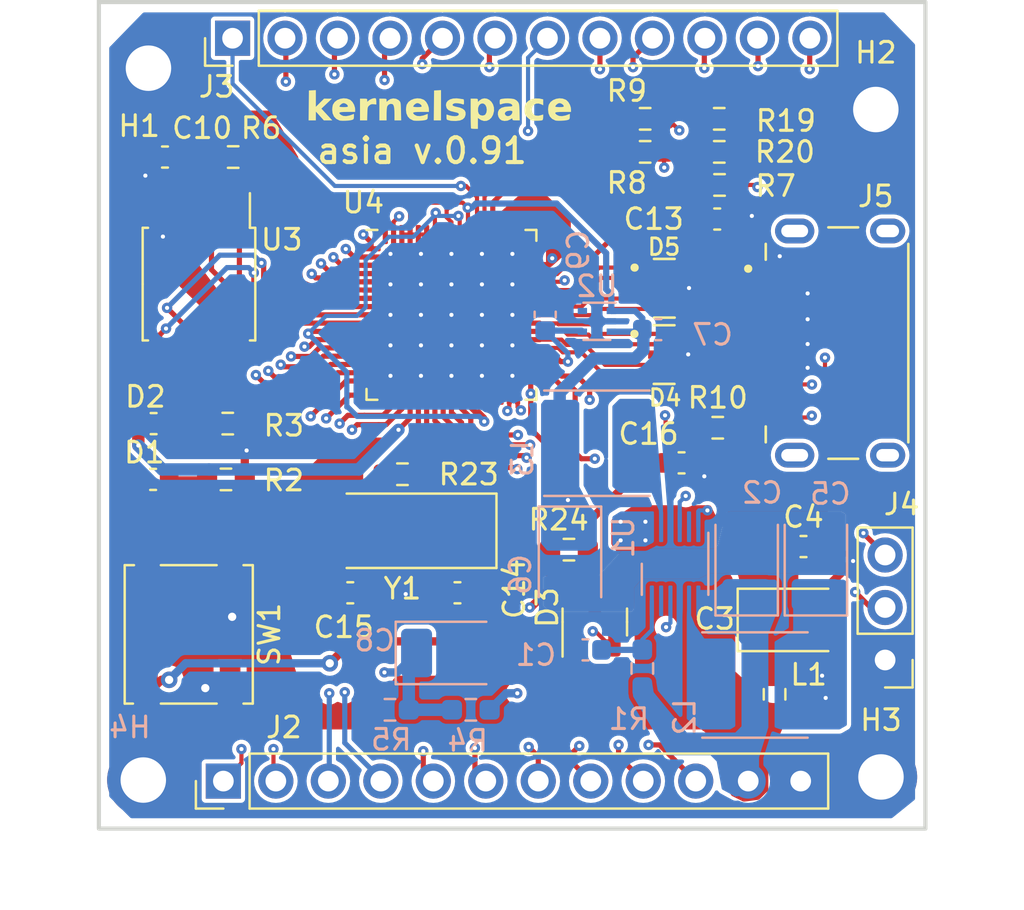
<source format=kicad_pcb>
(kicad_pcb (version 20221018) (generator pcbnew)
  (layers (0 "F.Cu" signal) (1 "In1.Cu" signal) (2 "In2.Cu" signal) (31 "B.Cu" signal) (34 "B.Paste" user) (35 "F.Paste" user) (36 "B.SilkS" user "B.Silkscreen") (37 "F.SilkS" user "F.Silkscreen") (38 "B.Mask" user) (39 "F.Mask" user) (44 "Edge.Cuts" user))
  (net 0 "")
  (net 14 "Net-(U4-XOUT)")
  (net 15 "Net-(U4-XIN)")
  (net 16 "Net-(U1-LX2)")
  (net 17 "Net-(U1-LX1)")
  (net 18 "Net-(U1-EN2)")
  (net 19 "Net-(J5-SDA)")
  (net 20 "Net-(J5-SCL)")
  (net 21 "Net-(J5-HPD)")
  (net 22 "Net-(J5-CEC)")
  (net 23 "Net-(J3-Pin_6)")
  (net 24 "Net-(J3-Pin_5)")
  (net 25 "Net-(J3-Pin_4)")
  (net 26 "Net-(J3-Pin_3)")
  (net 27 "Net-(J3-Pin_2)")
  (net 28 "Net-(J2-Pin_9)")
  (net 29 "Net-(J2-Pin_8)")
  (net 30 "Net-(J2-Pin_7)")
  (net 31 "Net-(J2-Pin_6)")
  (net 32 "Net-(J2-Pin_5)")
  (net 33 "Net-(J2-Pin_4)")
  (net 34 "Net-(J2-Pin_3)")
  (net 35 "Net-(J2-Pin_2)")
  (net 36 "Net-(J2-Pin_10)")
  (net 37 "Net-(J2-Pin_1)")
  (net 38 "Net-(D3-Pad1)")
  (net 39 "Net-(D2-K)")
  (net 40 "Net-(D1-K)")
  (net 41 "GND")
  (net 42 "/cpu/UART1_TX")
  (net 43 "/cpu/UART1_RX")
  (net 44 "/cpu/TXC_P")
  (net 45 "/cpu/TXC_N")
  (net 46 "/cpu/TX2_P")
  (net 47 "/cpu/TX2_N")
  (net 48 "/cpu/TX1_P")
  (net 49 "/cpu/TX1_N")
  (net 50 "/cpu/TX0_P")
  (net 51 "/cpu/TX0_N")
  (net 52 "/cpu/SPI_MOSI")
  (net 53 "/cpu/SPI_MISO")
  (net 54 "/cpu/SPI_CS")
  (net 55 "/cpu/SPI_CLK")
  (net 56 "/cpu/RESET")
  (net 57 "/cpu/PORT4")
  (net 58 "/cpu/PORT3")
  (net 59 "/cpu/PORT20")
  (net 60 "/cpu/PORT2")
  (net 61 "/cpu/PORT1")
  (net 62 "/cpu/PORT0")
  (net 63 "/cpu/JTAG_NRST")
  (net 64 "/cpu/HDMI_SDA")
  (net 65 "/cpu/HDMI_SCL")
  (net 66 "/cpu/HDMI_PLG")
  (net 67 "/cpu/D2-")
  (net 68 "/cpu/D2+")
  (net 69 "/cpu/D1-")
  (net 70 "/cpu/D1+")
  (net 71 "/cpu/D0-")
  (net 72 "/cpu/D0+")
  (net 73 "/cpu/CK-")
  (net 74 "/cpu/CK+")
  (net 75 "+5VP")
  (net 76 "+5V")
  (net 77 "+3V3")
  (net 78 "+2V5")
  (net 79 "+1V8")
  (net 80 "+1V1")
  (footprint "Resistor_SMD:R_0603_1608Metric_Pad0.98x0.95mm_HandSolder" (layer "F.Cu") (at 126.5 70.5)
    (fp_text reference "R6")
    (fp_text value "4K7")
  )
  (footprint "Capacitor_SMD:C_0603_1608Metric" (layer "F.Cu") (at 122.625 86.1 180)
    (fp_text reference "D1")
    (fp_text value "LED")
  )
  (footprint "Capacitor_SMD:C_0603_1608Metric" (layer "F.Cu") (at 137.3544 91.5872 180)
    (fp_text reference "C14")
    (fp_text value "20pF")
  )
  (footprint "Package_SO:SOIC-8_5.23x5.23mm_P1.27mm" (layer "F.Cu") (at 124.845 76.65 -90)
    (fp_text reference "U3")
    (fp_text value "W25Q128JVS")
  )
  (footprint "Resistor_SMD:R_0603_1608Metric_Pad0.98x0.95mm_HandSolder" (layer "F.Cu") (at 149.95 83.6)
    (fp_text reference "R10")
    (fp_text value "10K")
  )
  (footprint "Resistor_SMD:R_0603_1608Metric_Pad0.98x0.95mm_HandSolder" (layer "F.Cu") (at 146.4375 70.25 180)
    (fp_text reference "R8")
    (fp_text value "33")
  )
  (footprint "Resistor_SMD:R_0603_1608Metric_Pad0.98x0.95mm_HandSolder" (layer "F.Cu") (at 150.025 70.25 180)
    (fp_text reference "R20")
    (fp_text value "4K7")
  )
  (footprint "asia:asia-hdmi" (layer "F.Cu") (at 152.62325 79.5036 90)
    (fp_text reference "J5")
    (fp_text value "HDMI_C_1.3")
  )
  (footprint "Capacitor_SMD:C_0603_1608Metric" (layer "F.Cu") (at 148.2 85.3)
    (fp_text reference "C16")
    (fp_text value "20pF")
  )
  (footprint "Capacitor_SMD:C_0603_1608Metric" (layer "F.Cu") (at 154.1 89.35)
    (fp_text reference "C4")
    (fp_text value "100n")
  )
  (footprint "asia:logo" (layer "F.Cu") (at 136.5 68.2)
    (fp_text reference "G***" hide)
    (fp_text value "LOGO" hide)
  )
  (footprint "asia:asia-clamp" (layer "F.Cu") (at 147.36435 76.8508)
    (fp_text reference "D5")
    (fp_text value "RCLAMP0524PATCT")
  )
  (footprint "Crystal:Crystal_SMD_5032-2Pin_5.0x3.2mm_HandSoldering" (layer "F.Cu") (at 134.6919 88.5872 180)
    (fp_text reference "Y1")
    (fp_text value "12Mhz")
  )
  (footprint "Connector_PinHeader_2.54mm:PinHeader_1x12_P2.54mm_Vertical" (layer "F.Cu") (at 126.025 100.7 90)
    (fp_text reference "J2")
    (fp_text value "Conn_01x12_Pin")
  )
  (footprint "MountingHole:MountingHole_2.2mm_M2_ISO7380_Pad_TopBottom" (layer "F.Cu") (at 157.6 68.2)
    (fp_text reference "H2")
    (fp_text value "MountingHole_Pad")
  )
  (footprint "Resistor_SMD:R_0603_1608Metric_Pad0.98x0.95mm_HandSolder" (layer "F.Cu") (at 126.15 86.1)
    (fp_text reference "R2")
    (fp_text value "270")
  )
  (footprint "Resistor_SMD:R_0603_1608Metric_Pad0.98x0.95mm_HandSolder" (layer "F.Cu") (at 142.75 89.5)
    (fp_text reference "R24")
    (fp_text value "4K7")
  )
  (footprint "MountingHole:MountingHole_2.2mm_M2_ISO7380_Pad_TopBottom" (layer "F.Cu") (at 122.4 66.2)
    (fp_text reference "H1")
    (fp_text value "MountingHole_Pad")
  )
  (footprint "Capacitor_SMD:C_0603_1608Metric" (layer "F.Cu") (at 122.65 83.4 180)
    (fp_text reference "D2")
    (fp_text value "LED")
  )
  (footprint "Resistor_SMD:R_0603_1608Metric_Pad0.98x0.95mm_HandSolder" (layer "F.Cu") (at 146.4375 68.65 180)
    (fp_text reference "R9")
    (fp_text value "33")
  )
  (footprint "MountingHole:MountingHole_2.2mm_M2_ISO7380_Pad_TopBottom" (layer "F.Cu") (at 157.85 100.5)
    (fp_text reference "H3")
    (fp_text value "MountingHole_Pad")
  )
  (footprint "Resistor_SMD:R_0603_1608Metric_Pad0.98x0.95mm_HandSolder" (layer "F.Cu") (at 150.0225 68.65 180)
    (fp_text reference "R19")
    (fp_text value "4K7")
  )
  (footprint "Capacitor_SMD:C_0603_1608Metric" (layer "F.Cu") (at 149.925 73.5)
    (fp_text reference "C13")
    (fp_text value "100n")
  )
  (footprint "Resistor_SMD:R_0603_1608Metric_Pad0.98x0.95mm_HandSolder" (layer "F.Cu") (at 126.2375 83.4)
    (fp_text reference "R3")
    (fp_text value "100")
  )
  (footprint "Capacitor_SMD:C_0603_1608Metric" (layer "F.Cu") (at 123.2 70.5 180)
    (fp_text reference "C10")
    (fp_text value "100nF")
  )
  (footprint "Resistor_SMD:R_0603_1608Metric_Pad0.98x0.95mm_HandSolder" (layer "F.Cu") (at 134.6919 85.85)
    (fp_text reference "R23")
    (fp_text value "1M")
  )
  (footprint "Resistor_SMD:R_0603_1608Metric_Pad0.98x0.95mm_HandSolder" (layer "F.Cu") (at 150.0375 71.85 180)
    (fp_text reference "R7")
    (fp_text value "10K")
  )
  (footprint "Capacitor_Tantalum_SMD:CP_EIA-3528-21_Kemet-B_Pad1.50x2.35mm_HandSolder" (layer "F.Cu") (at 153.55 92.9)
    (fp_text reference "C3")
    (fp_text value "10u")
  )
  (footprint "asia:asia-clamp" (layer "F.Cu") (at 147.3557 80.0592)
    (fp_text reference "D4")
    (fp_text value "RCLAMP0524PATCT")
  )
  (footprint "Capacitor_SMD:C_0603_1608Metric" (layer "F.Cu") (at 132.1669 91.5872)
    (fp_text reference "C15")
    (fp_text value "20pF")
  )
  (footprint "Connector_PinHeader_2.54mm:PinHeader_1x03_P2.54mm_Vertical" (layer "F.Cu") (at 158.05 94.84 180)
    (fp_text reference "J4")
    (fp_text value "Conn_01x03_Pin")
  )
  (footprint "Button_Switch_SMD:SW_SPST_EVQP0" (layer "F.Cu") (at 124.35 93.6 -90)
    (fp_text reference "SW1")
    (fp_text value "SW_Push")
  )
  (footprint "Resistor_SMD:R_0603_1608Metric_Pad0.98x0.95mm_HandSolder" (layer "F.Cu") (at 152.7 96.5 90)
    (fp_text reference "L1")
    (fp_text value "100R")
  )
  (footprint "Package_TO_SOT_SMD:SOT-23" (layer "F.Cu") (at 144 93 90)
    (fp_text reference "D3")
    (fp_text value "BAT54A")
  )
  (footprint "Package_DFN_QFN:QFN-68-1EP_8x8mm_P0.4mm_EP6.4x6.4mm_ThermalVias" (layer "F.Cu") (at 137.0625 78.1375)
    (fp_text reference "U4")
    (fp_text value "nationalchip_GX6605S")
  )
  (footprint "Connector_PinHeader_2.54mm:PinHeader_1x12_P2.54mm_Vertical" (layer "F.Cu") (at 126.47 64.75 90)
    (fp_text reference "J3")
    (fp_text value "Conn_01x12_Pin")
  )
  (footprint "Capacitor_SMD:C_0603_1608Metric" (layer "B.Cu") (at 147.075 78.85)
    (fp_text reference "C7")
    (fp_text value "100n")
  )
  (footprint "Capacitor_Tantalum_SMD:CP_EIA-3528-21_Kemet-B_Pad1.50x2.35mm_HandSolder" (layer "B.Cu") (at 142.8 90.05 -90)
    (fp_text reference "C6")
    (fp_text value "10u")
  )
  (footprint "Capacitor_Tantalum_SMD:CP_EIA-3528-21_Kemet-B_Pad1.50x2.35mm_HandSolder" (layer "B.Cu") (at 151.35 90.05 90)
    (fp_text reference "C2")
    (fp_text value "10u")
  )
  (footprint "Inductor_SMD:L_Taiyo-Yuden_NR-50xx" (layer "B.Cu") (at 151.75 96.05)
    (fp_text reference "L2")
    (fp_text value "4.7u 2A")
  )
  (footprint "Inductor_SMD:L_Taiyo-Yuden_NR-50xx" (layer "B.Cu") (at 144.1 84.35 180)
    (fp_text reference "L3")
    (fp_text value "4.7u 2A")
  )
  (footprint "Resistor_SMD:R_0603_1608Metric_Pad0.98x0.95mm_HandSolder" (layer "B.Cu") (at 146.3 95.25 90)
    (fp_text reference "R1")
    (fp_text value "100K 1%")
  )
  (footprint "Package_TO_SOT_SMD:SOT-553" (layer "B.Cu") (at 144.1 78.45 180)
    (fp_text reference "U2")
    (fp_text value "TCR2EE11")
  )
  (footprint "Resistor_SMD:R_0603_1608Metric_Pad0.98x0.95mm_HandSolder" (layer "B.Cu") (at 134.0875 97.25 180)
    (fp_text reference "R5")
    (fp_text value "1K")
  )
  (footprint "Resistor_SMD:R_0603_1608Metric_Pad0.98x0.95mm_HandSolder" (layer "B.Cu") (at 138 97.25 180)
    (fp_text reference "R4")
    (fp_text value "33")
  )
  (footprint "Capacitor_Tantalum_SMD:CP_EIA-3528-21_Kemet-B_Pad1.50x2.35mm_HandSolder" (layer "B.Cu") (at 137 94.5)
    (fp_text reference "C8")
    (fp_text value "10u")
  )
  (footprint "Capacitor_SMD:C_0603_1608Metric" (layer "B.Cu") (at 141.6 78.125 90)
    (fp_text reference "C9")
    (fp_text value "100n")
  )
  (footprint "Capacitor_SMD:C_0603_1608Metric" (layer "B.Cu") (at 143.55 94.35 180)
    (fp_text reference "C1")
    (fp_text value "100n")
  )
  (footprint "ps:WDFN-12-1EP_3x3mm_P0.45mm_EP1.7x2.5mm" (layer "B.Cu") (at 147.885 90.185 -90)
    (fp_text reference "U1")
    (fp_text value "PAM2306AYPKE")
  )
  (footprint "MountingHole:MountingHole_2.2mm_M2_ISO7380_Pad_TopBottom" (layer "B.Cu") (at 122.15 100.65 180)
    (fp_text reference "H4")
    (fp_text value "MountingHole_Pad")
  )
  (footprint "Capacitor_Tantalum_SMD:CP_EIA-3528-21_Kemet-B_Pad1.50x2.35mm_HandSolder" (layer "B.Cu") (at 154.7 90.05 90)
    (fp_text reference "C5")
    (fp_text value "10u")
  )
  (gr_rect (start 120 63) (end 160 103) (stroke (width 0.2)) (fill none) (layer "Edge.Cuts"))
  (gr_text "asia v.0.91" (at 130.45 70.9) (layer "F.SilkS") (effects (font (size 1.2 1.2) (thickness 0.2) bold) (justify left bottom)))
  (segment (start 135.8625 84.3375) (end 135.8625 82.025) (width 0.25) (layer "F.Cu") (net 14))
  (segment (start 137.2919 88.5872) (end 137.2919 88.5247) (width 0.25) (layer "F.Cu") (net 14))
  (segment (start 137.2919 88.5247) (end 135.6044 86.8372) (width 0.25) (layer "F.Cu") (net 14))
  (segment (start 135.6 85.3328) (end 135.6 84.6) (width 0.25) (layer "F.Cu") (net 14))
  (segment (start 135.6 84.6) (end 135.8625 84.3375) (width 0.25) (layer "F.Cu") (net 14))
  (segment (start 138.1044 89.3997) (end 137.2919 88.5872) (width 0.25) (layer "F.Cu") (net 14))
  (segment (start 135.6044 85.3372) (end 135.6 85.3328) (width 0.25) (layer "F.Cu") (net 14))
  (segment (start 138.1294 91.5872) (end 138.1044 91.5622) (width 0.25) (layer "F.Cu") (net 14))
  (segment (start 138.1044 91.5622) (end 138.1044 89.3997) (width 0.25) (layer "F.Cu") (net 14))
  (segment (start 135.6044 86.8372) (end 135.6044 85.3372) (width 0.25) (layer "F.Cu") (net 14))
  (segment (start 134.6834 84.6666) (end 134.45 84.6666) (width 0.25) (layer "F.Cu") (net 15))
  (segment (start 134.45 84.6666) (end 133.7794 85.3372) (width 0.25) (layer "F.Cu") (net 15))
  (segment (start 131.3544 91.5497) (end 131.3544 89.3247) (width 0.25) (layer "F.Cu") (net 15))
  (segment (start 132.0919 88.3497) (end 133.7794 86.6622) (width 0.25) (layer "F.Cu") (net 15))
  (segment (start 135.4625 83.8875) (end 134.6834 84.6666) (width 0.25) (layer "F.Cu") (net 15))
  (segment (start 131.3919 91.5872) (end 131.3544 91.5497) (width 0.25) (layer "F.Cu") (net 15))
  (segment (start 133.7794 86.6622) (end 133.7794 85.3372) (width 0.25) (layer "F.Cu") (net 15))
  (segment (start 131.3544 89.3247) (end 132.0919 88.5872) (width 0.25) (layer "F.Cu") (net 15))
  (segment (start 132.0919 88.5872) (end 132.0919 88.3497) (width 0.25) (layer "F.Cu") (net 15))
  (segment (start 135.4625 82.025) (end 135.4625 83.8875) (width 0.25) (layer "F.Cu") (net 15))
  (segment (start 146.76 93.39) (end 146.76 91.98) (width 0.2) (layer "B.Cu") (net 18))
  (segment (start 146.2875 94.35) (end 146.3 94.3375) (width 0.3) (layer "B.Cu") (net 18))
  (segment (start 146.3 94.3375) (end 146.3 93.85) (width 0.2) (layer "B.Cu") (net 18))
  (segment (start 144.325 94.35) (end 146.2875 94.35) (width 0.3) (layer "B.Cu") (net 18))
  (segment (start 146.3 93.85) (end 146.76 93.39) (width 0.2) (layer "B.Cu") (net 18))
  (segment (start 155.14 81.7) (end 154.76 82.08) (width 0.2) (layer "F.Cu") (net 19))
  (segment (start 152.62325 81.9036) (end 153.9836 81.9036) (width 0.2) (layer "F.Cu") (net 19))
  (segment (start 155.14 80.21) (end 155.14 81.7) (width 0.2) (layer "F.Cu") (net 19))
  (segment (start 154.76 82.08) (end 154.16 82.08) (width 0.2) (layer "F.Cu") (net 19))
  (segment (start 154.16 82.08) (end 153.9836 81.9036) (width 0.2) (layer "F.Cu") (net 19))
  (segment (start 147.35 71) (end 147.36 71.01) (width 0.2) (layer "F.Cu") (net 19))
  (segment (start 147.35 70.25) (end 147.35 71) (width 0.2) (layer "F.Cu") (net 19))
  (via (at 147.36 71.01) (size 0.5) (drill 0.2) (layers "F.Cu" "B.Cu") (net 19))
  (via (at 155.14 80.21) (size 0.5) (drill 0.2) (layers "F.Cu" "B.Cu") (net 19))
  (segment (start 153.1336 81.51) (end 153.1272 81.5036) (width 0.2) (layer "F.Cu") (net 20))
  (segment (start 154.5036 81.5036) (end 154.51 81.51) (width 0.2) (layer "F.Cu") (net 20))
  (segment (start 147.53 68.65) (end 148.09 69.21) (width 0.2) (layer "F.Cu") (net 20))
  (segment (start 147.35 68.65) (end 147.53 68.65) (width 0.2) (layer "F.Cu") (net 20))
  (segment (start 152.62325 81.5036) (end 154.5036 81.5036) (width 0.2) (layer "F.Cu") (net 20))
  (via (at 148.09 69.21) (size 0.5) (drill 0.2) (layers "F.Cu" "B.Cu") (net 20))
  (via (at 154.51 81.51) (size 0.5) (drill 0.2) (layers "F.Cu" "B.Cu") (net 20))
  (segment (start 151.77 71.85) (end 151.87 71.95) (width 0.2) (layer "F.Cu") (net 21))
  (segment (start 150.95 71.85) (end 151.77 71.85) (width 0.2) (layer "F.Cu") (net 21))
  (segment (start 154.4164 83.1036) (end 154.5 83.02) (width 0.2) (layer "F.Cu") (net 21))
  (segment (start 152.62325 83.1036) (end 154.4164 83.1036) (width 0.2) (layer "F.Cu") (net 21))
  (via (at 151.87 71.95) (size 0.5) (drill 0.2) (layers "F.Cu" "B.Cu") (net 21))
  (via (at 154.5 83.02) (size 0.5) (drill 0.2) (layers "F.Cu" "B.Cu") (net 21))
  (segment (start 149.95 81.55) (end 149.0375 82.4625) (width 0.2) (layer "F.Cu") (net 22))
  (segment (start 150.8464 81.1036) (end 152.62325 81.1036) (width 0.2) (layer "F.Cu") (net 22))
  (segment (start 149.0375 82.4625) (end 149.0375 83.6) (width 0.2) (layer "F.Cu") (net 22))
  (segment (start 150.4 81.55) (end 149.95 81.55) (width 0.2) (layer "F.Cu") (net 22))
  (segment (start 150.8464 81.1036) (end 150.4 81.55) (width 0.2) (layer "F.Cu") (net 22))
  (segment (start 138.9 65.02) (end 139.17 64.75) (width 0.25) (layer "F.Cu") (net 23))
  (segment (start 130.1745 79.6755) (end 130.5125 79.3375) (width 0.25) (layer "F.Cu") (net 23))
  (segment (start 138.9 66.15) (end 138.9 65.02) (width 0.25) (layer "F.Cu") (net 23))
  (segment (start 130.5125 79.3375) (end 133.175 79.3375) (width 0.25) (layer "F.Cu") (net 23))
  (segment (start 129.95 79.6755) (end 130.1745 79.6755) (width 0.25) (layer "F.Cu") (net 23))
  (via (at 138.9 66.15) (size 0.5) (drill 0.2) (layers "F.Cu" "B.Cu") (net 23))
  (via (at 129.95 79.6755) (size 0.5) (drill 0.2) (layers "F.Cu" "B.Cu") (net 23))
  (segment (start 130.25 80.15) (end 130.6625 79.7375) (width 0.25) (layer "F.Cu") (net 24))
  (segment (start 135.65 66) (end 135.65 65.73) (width 0.25) (layer "F.Cu") (net 24))
  (segment (start 129.3 80.15) (end 130.25 80.15) (width 0.25) (layer "F.Cu") (net 24))
  (segment (start 135.65 65.73) (end 136.63 64.75) (width 0.25) (layer "F.Cu") (net 24))
  (segment (start 130.6625 79.7375) (end 133.175 79.7375) (width 0.25) (layer "F.Cu") (net 24))
  (via (at 129.3 80.15) (size 0.5) (drill 0.2) (layers "F.Cu" "B.Cu") (net 24))
  (via (at 135.65 66) (size 0.5) (drill 0.2) (layers "F.Cu" "B.Cu") (net 24))
  (segment (start 133.825 65.015) (end 134.09 64.75) (width 0.25) (layer "F.Cu") (net 25))
  (segment (start 130.8625 80.1375) (end 133.175 80.1375) (width 0.25) (layer "F.Cu") (net 25))
  (segment (start 133.825 66.775) (end 133.825 65.015) (width 0.25) (layer "F.Cu") (net 25))
  (segment (start 128.9 80.65) (end 130.35 80.65) (width 0.25) (layer "F.Cu") (net 25))
  (segment (start 128.8 80.55) (end 128.9 80.65) (width 0.25) (layer "F.Cu") (net 25))
  (segment (start 130.35 80.65) (end 130.8625 80.1375) (width 0.25) (layer "F.Cu") (net 25))
  (via (at 133.825 66.775) (size 0.5) (drill 0.2) (layers "F.Cu" "B.Cu") (net 25))
  (via (at 128.8 80.55) (size 0.5) (drill 0.2) (layers "F.Cu" "B.Cu") (net 25))
  (segment (start 130.6 81.15) (end 131.2125 80.5375) (width 0.25) (layer "F.Cu") (net 26))
  (segment (start 131.4 64.9) (end 131.55 64.75) (width 0.25) (layer "F.Cu") (net 26))
  (segment (start 131.4 66.5) (end 131.4 64.9) (width 0.25) (layer "F.Cu") (net 26))
  (segment (start 128.2 80.85) (end 128.5 81.15) (width 0.25) (layer "F.Cu") (net 26))
  (segment (start 128.5 81.15) (end 130.6 81.15) (width 0.25) (layer "F.Cu") (net 26))
  (segment (start 131.2125 80.5375) (end 133.175 80.5375) (width 0.25) (layer "F.Cu") (net 26))
  (via (at 128.2 80.85) (size 0.5) (drill 0.2) (layers "F.Cu" "B.Cu") (net 26))
  (via (at 131.4 66.5) (size 0.5) (drill 0.2) (layers "F.Cu" "B.Cu") (net 26))
  (segment (start 127.6 81.05) (end 128.25 81.7) (width 0.25) (layer "F.Cu") (net 27))
  (segment (start 129.05 66.85) (end 129.05 64.79) (width 0.25) (layer "F.Cu") (net 27))
  (segment (start 131.5625 80.9375) (end 133.175 80.9375) (width 0.25) (layer "F.Cu") (net 27))
  (segment (start 129.05 64.79) (end 129.01 64.75) (width 0.25) (layer "F.Cu") (net 27))
  (segment (start 130.8 81.7) (end 131.5625 80.9375) (width 0.25) (layer "F.Cu") (net 27))
  (segment (start 128.25 81.7) (end 130.8 81.7) (width 0.25) (layer "F.Cu") (net 27))
  (via (at 127.6 81.05) (size 0.5) (drill 0.2) (layers "F.Cu" "B.Cu") (net 27))
  (via (at 129.05 66.85) (size 0.5) (drill 0.2) (layers "F.Cu" "B.Cu") (net 27))
  (segment (start 136.65 84.3) (end 137.85 85.5) (width 0.25) (layer "F.Cu") (net 28))
  (segment (start 137.875 85.525) (end 140.175 85.525) (width 0.25) (layer "F.Cu") (net 28))
  (segment (start 140.175 85.525) (end 140.25 85.6) (width 0.25) (layer "F.Cu") (net 28))
  (segment (start 136.65 83.65) (end 136.65 84.3) (width 0.25) (layer "F.Cu") (net 28))
  (segment (start 145.15 98.95) (end 145.15 99.505) (width 0.25) (layer "F.Cu") (net 28))
  (segment (start 136.2625 83.2625) (end 136.65 83.65) (width 0.25) (layer "F.Cu") (net 28))
  (segment (start 137.85 85.5) (end 137.875 85.525) (width 0.25) (layer "F.Cu") (net 28))
  (segment (start 145.15 99.505) (end 146.345 100.7) (width 0.25) (layer "F.Cu") (net 28))
  (segment (start 136.2625 82.025) (end 136.2625 83.2625) (width 0.25) (layer "F.Cu") (net 28))
  (via (at 140.25 85.6) (size 0.5) (drill 0.2) (layers "F.Cu" "B.Cu") (net 28))
  (via (at 145.15 98.95) (size 0.5) (drill 0.2) (layers "F.Cu" "B.Cu") (net 28))
  (segment (start 134.6625 82.025) (end 134.6625 82.6875) (width 0.25) (layer "F.Cu") (net 29))
  (segment (start 143.25 99) (end 142.95 99.3) (width 0.25) (layer "F.Cu") (net 29))
  (segment (start 142.95 99.845) (end 143.805 100.7) (width 0.25) (layer "F.Cu") (net 29))
  (segment (start 142.95 99.3) (end 142.95 99.845) (width 0.25) (layer "F.Cu") (net 29))
  (segment (start 133.9 83.45) (end 133.55 83.45) (width 0.25) (layer "F.Cu") (net 29))
  (segment (start 134.6625 82.6875) (end 133.9 83.45) (width 0.25) (layer "F.Cu") (net 29))
  (segment (start 133.55 83.45) (end 132.5 83.45) (width 0.25) (layer "F.Cu") (net 29))
  (segment (start 132.5 83.45) (end 132.25 83.7) (width 0.25) (layer "F.Cu") (net 29))
  (via (at 143.25 99) (size 0.5) (drill 0.2) (layers "F.Cu" "B.Cu") (net 29))
  (via (at 132.25 83.7) (size 0.5) (drill 0.2) (layers "F.Cu" "B.Cu") (net 29))
  (segment (start 132.05 83) (end 131.65 83.4) (width 0.25) (layer "F.Cu") (net 30))
  (segment (start 141.265 99.515) (end 141.265 100.7) (width 0.25) (layer "F.Cu") (net 30))
  (segment (start 134.2625 82.025) (end 134.2625 82.494086) (width 0.25) (layer "F.Cu") (net 30))
  (segment (start 132.85 83) (end 132.05 83) (width 0.25) (layer "F.Cu") (net 30))
  (segment (start 134.2625 82.494086) (end 133.756586 83) (width 0.25) (layer "F.Cu") (net 30))
  (segment (start 140.8 99.05) (end 141.265 99.515) (width 0.25) (layer "F.Cu") (net 30))
  (segment (start 133.756586 83) (end 132.85 83) (width 0.25) (layer "F.Cu") (net 30))
  (via (at 140.8 99.05) (size 0.5) (drill 0.2) (layers "F.Cu" "B.Cu") (net 30))
  (via (at 131.65 83.4) (size 0.5) (drill 0.2) (layers "F.Cu" "B.Cu") (net 30))
  (segment (start 138.2 99.1) (end 138.2 100.175) (width 0.25) (layer "F.Cu") (net 31))
  (segment (start 132.125 82.025) (end 131 83.15) (width 0.25) (layer "F.Cu") (net 31))
  (segment (start 138.2 100.175) (end 138.725 100.7) (width 0.25) (layer "F.Cu") (net 31))
  (segment (start 133.8625 82.025) (end 132.125 82.025) (width 0.25) (layer "F.Cu") (net 31))
  (via (at 138.2 99.1) (size 0.5) (drill 0.2) (layers "F.Cu" "B.Cu") (net 31))
  (via (at 131 83.15) (size 0.5) (drill 0.2) (layers "F.Cu" "B.Cu") (net 31))
  (segment (start 135.7 100.57) (end 135.73 100.6) (width 0.25) (layer "F.Cu") (net 32))
  (segment (start 133.175 81.3375) (end 131.9625 81.3375) (width 0.25) (layer "F.Cu") (net 32))
  (segment (start 131.9625 81.3375) (end 130.25 83.05) (width 0.25) (layer "F.Cu") (net 32))
  (segment (start 135.7 99.25) (end 135.7 100.57) (width 0.25) (layer "F.Cu") (net 32))
  (via (at 130.25 83.05) (size 0.5) (drill 0.2) (layers "F.Cu" "B.Cu") (net 32))
  (via (at 135.7 99.25) (size 0.5) (drill 0.2) (layers "F.Cu" "B.Cu") (net 32))
  (segment (start 142.85 81.6) (end 143.05 81.8) (width 0.25) (layer "F.Cu") (net 33))
  (segment (start 142.405026 81.6) (end 142.85 81.6) (width 0.25) (layer "F.Cu") (net 33))
  (segment (start 140.95 80.9375) (end 141.742526 80.9375) (width 0.25) (layer "F.Cu") (net 33))
  (segment (start 143.35 85.1) (end 144 85.1) (width 0.25) (layer "F.Cu") (net 33))
  (segment (start 142.95 83.3) (end 142.95 84.7) (width 0.25) (layer "F.Cu") (net 33))
  (segment (start 143.05 81.8) (end 143.05 83.2) (width 0.25) (layer "F.Cu") (net 33))
  (segment (start 141.742526 80.9375) (end 142.405026 81.6) (width 0.25) (layer "F.Cu") (net 33))
  (segment (start 143.05 83.2) (end 142.95 83.3) (width 0.25) (layer "F.Cu") (net 33))
  (segment (start 142.95 84.7) (end 143.35 85.1) (width 0.25) (layer "F.Cu") (net 33))
  (via (at 144 85.1) (size 0.5) (drill 0.2) (layers "F.Cu" "B.Cu") (net 33))
  (via (at 131.9 96.4) (size 0.5) (drill 0.2) (layers "F.Cu" "B.Cu") (net 33))
  (segment (start 131.9 98.85) (end 133.645 100.595) (width 0.25) (layer "B.Cu") (net 33))
  (segment (start 133.645 100.595) (end 133.645 100.7) (width 0.25) (layer "B.Cu") (net 33))
  (segment (start 131.9 96.4) (end 131.9 98.85) (width 0.25) (layer "B.Cu") (net 33))
  (segment (start 142.4 81.1) (end 143.15 81.1) (width 0.25) (layer "F.Cu") (net 34))
  (segment (start 141.8375 80.5375) (end 142.4 81.1) (width 0.25) (layer "F.Cu") (net 34))
  (segment (start 143.7 81.65) (end 143.75 81.7) (width 0.25) (layer "F.Cu") (net 34))
  (segment (start 143.15 81.1) (end 143.7 81.65) (width 0.25) (layer "F.Cu") (net 34))
  (segment (start 143.75 81.7) (end 143.75 82.25) (width 0.25) (layer "F.Cu") (net 34))
  (segment (start 140.95 80.5375) (end 141.8375 80.5375) (width 0.25) (layer "F.Cu") (net 34))
  (via (at 143.75 82.25) (size 0.5) (drill 0.2) (layers "F.Cu" "B.Cu") (net 34))
  (via (at 131.15 96.45) (size 0.5) (drill 0.2) (layers "F.Cu" "B.Cu") (net 34))
  (segment (start 131.15 96.45) (end 131.15 100.655) (width 0.25) (layer "B.Cu") (net 34))
  (segment (start 131.15 100.655) (end 131.105 100.7) (width 0.25) (layer "B.Cu") (net 34))
  (segment (start 139.8625 82.6975) (end 139.77 82.79) (width 0.2) (layer "F.Cu") (net 35))
  (segment (start 128.45 99.1495) (end 128.45 100.585) (width 0.2) (layer "F.Cu") (net 35))
  (segment (start 128.45 100.585) (end 128.565 100.7) (width 0.2) (layer "F.Cu") (net 35))
  (segment (start 139.8625 82.025) (end 139.8625 82.6975) (width 0.2) (layer "F.Cu") (net 35))
  (via (at 128.45 99.1495) (size 0.5) (drill 0.2) (layers "F.Cu" "B.Cu") (net 35))
  (via (at 139.77 82.79) (size 0.5) (drill 0.2) (layers "F.Cu" "B.Cu") (net 35))
  (segment (start 140.6 84.95) (end 140.7 85.05) (width 0.25) (layer "F.Cu") (net 36))
  (segment (start 136.6625 82.025) (end 136.6625 83.0625) (width 0.25) (layer "F.Cu") (net 36))
  (segment (start 137.1 84) (end 138.05 84.95) (width 0.25) (layer "F.Cu") (net 36))
  (segment (start 147.135 98.95) (end 148.885 100.7) (width 0.25) (layer "F.Cu") (net 36))
  (segment (start 137.1 83.5) (end 137.1 84) (width 0.25) (layer "F.Cu") (net 36))
  (segment (start 138.05 84.95) (end 140.6 84.95) (width 0.25) (layer "F.Cu") (net 36))
  (segment (start 136.6625 83.0625) (end 137.1 83.5) (width 0.25) (layer "F.Cu") (net 36))
  (segment (start 146.6 98.95) (end 147.135 98.95) (width 0.25) (layer "F.Cu") (net 36))
  (via (at 146.6 98.95) (size 0.5) (drill 0.2) (layers "F.Cu" "B.Cu") (net 36))
  (via (at 140.7 85.05) (size 0.5) (drill 0.2) (layers "F.Cu" "B.Cu") (net 36))
  (segment (start 126.9 99.1495) (end 126.9 99.825) (width 0.2) (layer "F.Cu") (net 37))
  (segment (start 126.9 99.825) (end 126.025 100.7) (width 0.2) (layer "F.Cu") (net 37))
  (segment (start 140.2625 82.597) (end 140.4255 82.76) (width 0.2) (layer "F.Cu") (net 37))
  (segment (start 140.2625 82.025) (end 140.2625 82.597) (width 0.2) (layer "F.Cu") (net 37))
  (via (at 140.4255 82.76) (size 0.5) (drill 0.2) (layers "F.Cu" "B.Cu") (net 37))
  (via (at 126.9 99.1495) (size 0.5) (drill 0.2) (layers "F.Cu" "B.Cu") (net 37))
  (segment (start 132.237 93.9375) (end 131.1745 95) (width 0.4) (layer "F.Cu") (net 38))
  (segment (start 140.3125 93.9375) (end 132.237 93.9375) (width 0.4) (layer "F.Cu") (net 38))
  (segment (start 122.35 90.72) (end 122.35 96.48) (width 0.4) (layer "F.Cu") (net 38))
  (segment (start 122.35 96.48) (end 122.35 97.35) (width 0.4) (layer "F.Cu") (net 38))
  (segment (start 123.03 95.8) (end 122.35 96.48) (width 0.4) (layer "F.Cu") (net 38))
  (segment (start 140.3125 93.9375) (end 143.05 93.9375) (width 0.4) (layer "F.Cu") (net 38))
  (segment (start 123.4 95.8) (end 123.03 95.8) (width 0.4) (layer "F.Cu") (net 38))
  (via (at 131.1745 95) (size 0.8) (drill 0.4) (layers "F.Cu" "B.Cu") (net 38))
  (via (at 123.4 95.8) (size 0.8) (drill 0.4) (layers "F.Cu" "B.Cu") (net 38))
  (segment (start 131.1745 95) (end 124.2 95) (width 0.4) (layer "B.Cu") (net 38))
  (segment (start 124.2 95) (end 123.4 95.8) (width 0.4) (layer "B.Cu") (net 38))
  (segment (start 123.425 83.4) (end 125.325 83.4) (width 0.3) (layer "F.Cu") (net 39))
  (segment (start 123.4 86.1) (end 125.2375 86.1) (width 0.3) (layer "F.Cu") (net 40))
  (segment (start 152.62325 75.9036) (end 152.62325 75.62675) (width 0.2) (layer "F.Cu") (net 41))
  (segment (start 127.0625 84.7875) (end 127.15 84.7) (width 0.4) (layer "F.Cu") (net 41))
  (segment (start 148.5108 80.0592) (end 148.52 80.05) (width 0.2) (layer "F.Cu") (net 41))
  (segment (start 122.94 74.19) (end 123.1 74.35) (width 0.25) (layer "F.Cu") (net 41))
  (segment (start 125.43 96.48) (end 125.15 96.2) (width 0.25) (layer "F.Cu") (net 41))
  (segment (start 155.175 91.375) (end 155.175 92.9) (width 0.4) (layer "F.Cu") (net 41))
  (segment (start 154.2964 80.7036) (end 154.3 80.7) (width 0.2) (layer "F.Cu") (net 41))
  (segment (start 151.45 73.5) (end 151.6 73.35) (width 0.25) (layer "F.Cu") (net 41))
  (segment (start 147.36435 76.8508) (end 148.5492 76.8508) (width 0.2) (layer "F.Cu") (net 41))
  (segment (start 134.9128 91.5872) (end 134.85 91.65) (width 0.25) (layer "F.Cu") (net 41))
  (segment (start 122.94 73.05) (end 122.94 74.19) (width 0.25) (layer "F.Cu") (net 41))
  (segment (start 122.425 71.225) (end 122.25 71.4) (width 0.25) (layer "F.Cu") (net 41))
  (segment (start 126.35 90.72) (end 126.35 92.65) (width 0.25) (layer "F.Cu") (net 41))
  (segment (start 126.35 92.65) (end 126.45 92.75) (width 0.25) (layer "F.Cu") (net 41))
  (segment (start 152.62325 75.62675) (end 152.95 75.3) (width 0.2) (layer "F.Cu") (net 41))
  (segment (start 126.35 96.48) (end 125.43 96.48) (width 0.25) (layer "F.Cu") (net 41))
  (segment (start 127.0625 86.1) (end 127.0625 84.7875) (width 0.4) (layer "F.Cu") (net 41))
  (segment (start 122.425 70.5) (end 122.425 71.225) (width 0.25) (layer "F.Cu") (net 41))
  (segment (start 154.2536 78.3036) (end 154.3 78.35) (width 0.2) (layer "F.Cu") (net 41))
  (segment (start 152.62325 79.5036) (end 154.2536 79.5036) (width 0.2) (layer "F.Cu") (net 41))
  (segment (start 134.85 91.65) (end 133.0047 91.65) (width 0.25) (layer "F.Cu") (net 41))
  (segment (start 148.5492 76.8508) (end 148.56 76.84) (width 0.2) (layer "F.Cu") (net 41))
  (segment (start 152.62325 80.7036) (end 154.2964 80.7036) (width 0.2) (layer "F.Cu") (net 41))
  (segment (start 136.5794 91.5872) (end 134.9128 91.5872) (width 0.25) (layer "F.Cu") (net 41))
  (segment (start 155.8 89.35) (end 156.5 90.05) (width 0.2) (layer "F.Cu") (net 41))
  (segment (start 147.3557 80.0592) (end 148.5108 80.0592) (width 0.2) (layer "F.Cu") (net 41))
  (segment (start 133.0047 91.65) (end 132.9419 91.5872) (width 0.25) (layer "F.Cu") (net 41))
  (segment (start 154.2964 77.1036) (end 154.3 77.1) (width 0.2) (layer "F.Cu") (net 41))
  (segment (start 152.62325 77.1036) (end 154.2964 77.1036) (width 0.2) (layer "F.Cu") (net 41))
  (segment (start 150.7 73.5) (end 151.45 73.5) (width 0.25) (layer "F.Cu") (net 41))
  (segment (start 127.15 83.4) (end 127.15 84.7) (width 0.4) (layer "F.Cu") (net 41))
  (segment (start 154.2536 79.5036) (end 154.3 79.55) (width 0.2) (layer "F.Cu") (net 41))
  (segment (start 156.5 90.05) (end 155.175 91.375) (width 0.4) (layer "F.Cu") (net 41))
  (segment (start 154.875 89.35) (end 155.8 89.35) (width 0.2) (layer "F.Cu") (net 41))
  (segment (start 148.975 85.3) (end 148.975 85.625) (width 0.2) (layer "F.Cu") (net 41))
  (segment (start 148.975 85.625) (end 149.3 85.95) (width 0.2) (layer "F.Cu") (net 41))
  (segment (start 152.62325 78.3036) (end 154.2536 78.3036) (width 0.2) (layer "F.Cu") (net 41))
  (via (at 154.3 80.7) (size 0.5) (drill 0.2) (layers "F.Cu" "B.Cu") (net 41))
  (via (at 152.95 75.3) (size 0.5) (drill 0.2) (layers "F.Cu" "B.Cu") (net 41))
  (via (at 151.6 73.35) (size 0.5) (drill 0.2) (layers "F.Cu" "B.Cu") (net 41))
  (via (at 123.1 74.35) (size 0.5) (drill 0.2) (layers "F.Cu" "B.Cu") (net 41))
  (via (at 126.45 92.75) (size 0.8) (drill 0.4) (layers "F.Cu" "B.Cu") (net 41))
  (via (at 125.15 96.2) (size 0.8) (drill 0.4) (layers "F.Cu" "B.Cu") (net 41))
  (via (at 148.56 76.84) (size 0.5) (drill 0.2) (layers "F.Cu" "B.Cu") (net 41))
  (via (at 149.3 85.95) (size 0.5) (drill 0.2) (layers "F.Cu" "B.Cu") (net 41))
  (via (at 154.3 78.35) (size 0.5) (drill 0.2) (layers "F.Cu" "B.Cu") (net 41))
  (via (at 154.3 79.55) (size 0.5) (drill 0.2) (layers "F.Cu" "B.Cu") (net 41))
  (via (at 134.85 91.65) (size 0.5) (drill 0.2) (layers "F.Cu" "B.Cu") (net 41))
  (via (at 122.25 71.4) (size 0.5) (drill 0.2) (layers "F.Cu" "B.Cu") (net 41))
  (via (at 154.3 77.1) (size 0.5) (drill 0.2) (layers "F.Cu" "B.Cu") (net 41))
  (via (at 148.52 80.05) (size 0.5) (drill 0.2) (layers "F.Cu" "B.Cu") (net 41))
  (via (at 127.15 84.7) (size 0.5) (drill 0.2) (layers "F.Cu" "B.Cu") (net 41))
  (via (at 156.5 90.05) (size 0.5) (drill 0.2) (layers "F.Cu" "B.Cu") (net 41))
  (segment (start 157.35 92.3) (end 158.05 92.3) (width 0.25) (layer "F.Cu") (net 42))
  (segment (start 140.87 84.4245) (end 138.329526 84.4245) (width 0.25) (layer "F.Cu") (net 42))
  (segment (start 137.55 83.644974) (end 137.55 83.35) (width 0.25) (layer "F.Cu") (net 42))
  (segment (start 137.55 83.35) (end 137.0625 82.8625) (width 0.25) (layer "F.Cu") (net 42))
  (segment (start 137.0625 82.8625) (end 137.0625 82.025) (width 0.25) (layer "F.Cu") (net 42))
  (segment (start 138.329526 84.4245) (end 137.55 83.644974) (width 0.25) (layer "F.Cu") (net 42))
  (segment (start 156.6 91.55) (end 157.35 92.3) (width 0.25) (layer "F.Cu") (net 42))
  (via (at 140.87 84.4245) (size 0.5) (drill 0.2) (layers "F.Cu" "B.Cu") (net 42))
  (via (at 156.6 91.55) (size 0.5) (drill 0.2) (layers "F.Cu" "B.Cu") (net 42))
  (segment (start 157 88.7) (end 157 88.71) (width 0.25) (layer "F.Cu") (net 43))
  (segment (start 157 88.71) (end 158.05 89.76) (width 0.25) (layer "F.Cu") (net 43))
  (segment (start 140.28 83.95) (end 138.5 83.95) (width 0.25) (layer "F.Cu") (net 43))
  (segment (start 137.97344 83.12344) (end 137.97344 83.1) (width 0.25) (layer "F.Cu") (net 43))
  (segment (start 137.4625 82.58906) (end 137.4625 82.025) (width 0.25) (layer "F.Cu") (net 43))
  (segment (start 138 83.15) (end 137.97344 83.12344) (width 0.25) (layer "F.Cu") (net 43))
  (segment (start 137.97344 83.1) (end 137.4625 82.58906) (width 0.25) (layer "F.Cu") (net 43))
  (segment (start 138.5 83.95) (end 138 83.45) (width 0.25) (layer "F.Cu") (net 43))
  (segment (start 138 83.45) (end 138 83.15) (width 0.25) (layer "F.Cu") (net 43))
  (via (at 157 88.7) (size 0.5) (drill 0.2) (layers "F.Cu" "B.Cu") (net 43))
  (via (at 140.28 83.95) (size 0.5) (drill 0.2) (layers "F.Cu" "B.Cu") (net 43))
  (segment (start 144.4992 80.5592) (end 143.5328 79.5928) (width 0.2) (layer "F.Cu") (net 44))
  (segment (start 142.3875 79.3375) (end 140.95 79.3375) (width 0.2) (layer "F.Cu") (net 44))
  (segment (start 146.9182 80.5592) (end 144.4992 80.5592) (width 0.2) (layer "F.Cu") (net 44))
  (segment (start 143.5328 79.5928) (end 142.6428 79.5928) (width 0.2) (layer "F.Cu") (net 44))
  (segment (start 142.6428 79.5928) (end 142.3875 79.3375) (width 0.2) (layer "F.Cu") (net 44))
  (segment (start 140.95 79.7375) (end 142.2375 79.7375) (width 0.2) (layer "F.Cu") (net 45))
  (segment (start 144.4592 81.0592) (end 146.9182 81.0592) (width 0.2) (layer "F.Cu") (net 45))
  (segment (start 142.45 79.95) (end 143.35 79.95) (width 0.2) (layer "F.Cu") (net 45))
  (segment (start 142.2375 79.7375) (end 142.45 79.95) (width 0.2) (layer "F.Cu") (net 45))
  (segment (start 143.35 79.95) (end 144.4592 81.0592) (width 0.2) (layer "F.Cu") (net 45))
  (segment (start 143.4712 76.5928) (end 143.2072 76.5928) (width 0.2) (layer "F.Cu") (net 46))
  (segment (start 146.92685 75.8508) (end 144.2132 75.8508) (width 0.2) (layer "F.Cu") (net 46))
  (segment (start 144.2132 75.8508) (end 143.4712 76.5928) (width 0.2) (layer "F.Cu") (net 46))
  (segment (start 142.8625 76.9375) (end 140.95 76.9375) (width 0.2) (layer "F.Cu") (net 46))
  (segment (start 143.2072 76.5928) (end 142.8625 76.9375) (width 0.2) (layer "F.Cu") (net 46))
  (segment (start 144.278886 76.3508) (end 143.536886 77.0928) (width 0.2) (layer "F.Cu") (net 47))
  (segment (start 143.3572 77.0928) (end 143.1125 77.3375) (width 0.2) (layer "F.Cu") (net 47))
  (segment (start 143.536886 77.0928) (end 143.3572 77.0928) (width 0.2) (layer "F.Cu") (net 47))
  (segment (start 143.1125 77.3375) (end 140.95 77.3375) (width 0.2) (layer "F.Cu") (net 47))
  (segment (start 146.92685 76.3508) (end 144.278886 76.3508) (width 0.2) (layer "F.Cu") (net 47))
  (segment (start 143.3625 77.7375) (end 140.95 77.7375) (width 0.2) (layer "F.Cu") (net 48))
  (segment (start 146.92685 77.3508) (end 143.7492 77.3508) (width 0.2) (layer "F.Cu") (net 48))
  (segment (start 143.7492 77.3508) (end 143.3625 77.7375) (width 0.2) (layer "F.Cu") (net 48))
  (segment (start 140.9625 78.15) (end 140.95 78.1375) (width 0.2) (layer "F.Cu") (net 49))
  (segment (start 146.92685 77.8508) (end 144.201286 77.8508) (width 0.2) (layer "F.Cu") (net 49))
  (segment (start 143.902086 78.15) (end 140.9625 78.15) (width 0.2) (layer "F.Cu") (net 49))
  (segment (start 144.201286 77.8508) (end 143.902086 78.15) (width 0.2) (layer "F.Cu") (net 49))
  (segment (start 140.9625 78.55) (end 140.95 78.5375) (width 0.2) (layer "F.Cu") (net 50))
  (segment (start 144.2946 79.0592) (end 146.9182 79.0592) (width 0.2) (layer "F.Cu") (net 50))
  (segment (start 142.2 78.55) (end 140.9625 78.55) (width 0.2) (layer "F.Cu") (net 50))
  (segment (start 143.8282 78.5928) (end 142.2428 78.5928) (width 0.2) (layer "F.Cu") (net 50))
  (segment (start 143.8282 78.5928) (end 144.2946 79.0592) (width 0.2) (layer "F.Cu") (net 50))
  (segment (start 142.2428 78.5928) (end 142.2 78.55) (width 0.2) (layer "F.Cu") (net 50))
  (segment (start 144.1596 79.5592) (end 146.9182 79.5592) (width 0.2) (layer "F.Cu") (net 51))
  (segment (start 140.95 78.9375) (end 142.5375 78.9375) (width 0.2) (layer "F.Cu") (net 51))
  (segment (start 143.6932 79.0928) (end 144.1596 79.5592) (width 0.2) (layer "F.Cu") (net 51))
  (segment (start 142.6928 79.0928) (end 143.6932 79.0928) (width 0.2) (layer "F.Cu") (net 51))
  (segment (start 142.5375 78.9375) (end 142.6928 79.0928) (width 0.2) (layer "F.Cu") (net 51))
  (segment (start 133.175 77.7375) (end 128.2875 77.7375) (width 0.25) (layer "F.Cu") (net 52))
  (segment (start 128.2875 77.7375) (end 127.5 76.95) (width 0.25) (layer "F.Cu") (net 52))
  (segment (start 127.5 76.95) (end 127.5 76.1) (width 0.25) (layer "F.Cu") (net 52))
  (segment (start 122.94 80.25) (end 122.94 79.11) (width 0.25) (layer "F.Cu") (net 52))
  (segment (start 122.94 79.11) (end 123.25 78.8) (width 0.25) (layer "F.Cu") (net 52))
  (via (at 123.25 78.8) (size 0.5) (drill 0.2) (layers "F.Cu" "B.Cu") (net 52))
  (via (at 127.5 76.1) (size 0.5) (drill 0.2) (layers "F.Cu" "B.Cu") (net 52))
  (segment (start 127.5 76.1) (end 127.25 75.85) (width 0.25) (layer "B.Cu") (net 52))
  (segment (start 126.2 75.85) (end 123.25 78.8) (width 0.25) (layer "B.Cu") (net 52))
  (segment (start 127.25 75.85) (end 126.2 75.85) (width 0.25) (layer "B.Cu") (net 52))
  (segment (start 126.6 77.1) (end 126.6 77.55) (width 0.25) (layer "F.Cu") (net 53))
  (segment (start 125.45 75.95) (end 126.6 77.1) (width 0.25) (layer "F.Cu") (net 53))
  (segment (start 127.5875 78.5375) (end 133.175 78.5375) (width 0.25) (layer "F.Cu") (net 53))
  (segment (start 126.6 77.55) (end 127.5875 78.5375) (width 0.25) (layer "F.Cu") (net 53))
  (segment (start 125.48 73.05) (end 125.48 74.73) (width 0.25) (layer "F.Cu") (net 53))
  (segment (start 125.48 74.73) (end 125.45 74.76) (width 0.25) (layer "F.Cu") (net 53))
  (segment (start 125.45 74.76) (end 125.45 75.95) (width 0.25) (layer "F.Cu") (net 53))
  (segment (start 126.8 76.3) (end 127.0928 76.5928) (width 0.25) (layer "F.Cu") (net 54))
  (segment (start 127.4125 71.4875) (end 127.4125 70.5) (width 0.4) (layer "F.Cu") (net 54))
  (segment (start 127.9375 78.1375) (end 133.175 78.1375) (width 0.25) (layer "F.Cu") (net 54))
  (segment (start 127.0928 77.2928) (end 127.9375 78.1375) (width 0.25) (layer "F.Cu") (net 54))
  (segment (start 126.75 73.05) (end 126.8 73.1) (width 0.25) (layer "F.Cu") (net 54))
  (segment (start 126.8 73.1) (end 126.8 76.3) (width 0.25) (layer "F.Cu") (net 54))
  (segment (start 126.75 73.05) (end 126.75 72.15) (width 0.4) (layer "F.Cu") (net 54))
  (segment (start 127.0928 76.5928) (end 127.0928 77.2928) (width 0.25) (layer "F.Cu") (net 54))
  (segment (start 126.75 72.15) (end 127.4125 71.4875) (width 0.4) (layer "F.Cu") (net 54))
  (segment (start 127.975 75.732441) (end 127.868059 75.6255) (width 0.25) (layer "F.Cu") (net 55))
  (segment (start 124.21 78.71) (end 123.3 77.8) (width 0.25) (layer "F.Cu") (net 55))
  (segment (start 128.6875 77.3375) (end 127.975 76.625) (width 0.25) (layer "F.Cu") (net 55))
  (segment (start 127.975 76.625) (end 127.975 75.732441) (width 0.25) (layer "F.Cu") (net 55))
  (segment (start 133.175 77.3375) (end 128.6875 77.3375) (width 0.25) (layer "F.Cu") (net 55))
  (segment (start 124.21 80.25) (end 124.21 78.71) (width 0.25) (layer "F.Cu") (net 55))
  (via (at 123.3 77.8) (size 0.5) (drill 0.2) (layers "F.Cu" "B.Cu") (net 55))
  (via (at 127.868059 75.6255) (size 0.5) (drill 0.2) (layers "F.Cu" "B.Cu") (net 55))
  (segment (start 127.868059 75.6255) (end 127.492559 75.25) (width 0.25) (layer "B.Cu") (net 55))
  (segment (start 127.492559 75.25) (end 125.85 75.25) (width 0.25) (layer "B.Cu") (net 55))
  (segment (start 125.85 75.25) (end 123.3 77.8) (width 0.25) (layer "B.Cu") (net 55))
  (segment (start 143.6625 90.6125) (end 143.6625 89.5) (width 0.4) (layer "F.Cu") (net 56))
  (segment (start 143.6625 89.5) (end 143.6625 88.1875) (width 0.4) (layer "F.Cu") (net 56))
  (segment (start 146.55 85.3) (end 147.425 85.3) (width 0.4) (layer "F.Cu") (net 56))
  (segment (start 147.4 83) (end 147.425 83.025) (width 0.2) (layer "F.Cu") (net 56))
  (segment (start 134.2625 74.25) (end 134.2625 73.6375) (width 0.2) (layer "F.Cu") (net 56))
  (segment (start 144 92.0625) (end 144 90.95) (width 0.4) (layer "F.Cu") (net 56))
  (segment (start 143.6625 88.1875) (end 146.55 85.3) (width 0.4) (layer "F.Cu") (net 56))
  (segment (start 144 90.95) (end 143.6625 90.6125) (width 0.4) (layer "F.Cu") (net 56))
  (segment (start 147.425 83.025) (end 147.425 85.3) (width 0.2) (layer "F.Cu") (net 56))
  (segment (start 134.2625 73.6375) (end 134.53 73.37) (width 0.2) (layer "F.Cu") (net 56))
  (via (at 147.4 83) (size 0.5) (drill 0.2) (layers "F.Cu" "B.Cu") (net 56))
  (via (at 134.53 73.37) (size 0.5) (drill 0.2) (layers "F.Cu" "B.Cu") (net 56))
  (segment (start 144.25 66.25) (end 144.25 64.75) (width 0.25) (layer "F.Cu") (net 57))
  (segment (start 130.5 76.35) (end 130.3 76.15) (width 0.25) (layer "F.Cu") (net 57))
  (segment (start 133.175 76.5375) (end 130.9375 76.5375) (width 0.25) (layer "F.Cu") (net 57))
  (segment (start 130.75 76.35) (end 130.5 76.35) (width 0.25) (layer "F.Cu") (net 57))
  (segment (start 130.9375 76.5375) (end 130.75 76.35) (width 0.25) (layer "F.Cu") (net 57))
  (via (at 130.3 76.15) (size 0.5) (drill 0.2) (layers "F.Cu" "B.Cu") (net 57))
  (via (at 144.25 66.25) (size 0.5) (drill 0.2) (layers "F.Cu" "B.Cu") (net 57))
  (segment (start 145.85 65.69) (end 146.79 64.75) (width 0.25) (layer "F.Cu") (net 58))
  (segment (start 133.175 76.1375) (end 131.2375 76.1375) (width 0.25) (layer "F.Cu") (net 58))
  (segment (start 131.2375 76.1375) (end 130.75 75.65) (width 0.25) (layer "F.Cu") (net 58))
  (segment (start 145.85 66.15) (end 145.85 65.69) (width 0.25) (layer "F.Cu") (net 58))
  (via (at 130.75 75.65) (size 0.5) (drill 0.2) (layers "F.Cu" "B.Cu") (net 58))
  (via (at 145.85 66.15) (size 0.5) (drill 0.2) (layers "F.Cu" "B.Cu") (net 58))
  (segment (start 138.27 73.57) (end 138.3 73.54) (width 0.2) (layer "F.Cu") (net 59))
  (segment (start 138.2625 74.25) (end 138.2625 73.5775) (width 0.2) (layer "F.Cu") (net 59))
  (segment (start 138.2625 73.5775) (end 138.27 73.57) (width 0.2) (layer "F.Cu") (net 59))
  (segment (start 137.77 71.9) (end 137.52 71.9) (width 0.2) (layer "F.Cu") (net 59))
  (segment (start 138.3 72.43) (end 138.21 72.34) (width 0.2) (layer "F.Cu") (net 59))
  (segment (start 138.21 72.34) (end 137.77 71.9) (width 0.2) (layer "F.Cu") (net 59))
  (segment (start 138.3 73.54) (end 138.3 72.43) (width 0.2) (layer "F.Cu") (net 59))
  (via (at 137.52 71.9) (size 0.5) (drill 0.2) (layers "F.Cu" "B.Cu") (net 59))
  (segment (start 131.42 71.9) (end 126.47 66.95) (width 0.2) (layer "B.Cu") (net 59))
  (segment (start 137.52 71.9) (end 131.42 71.9) (width 0.2) (layer "B.Cu") (net 59))
  (segment (start 126.47 66.95) (end 126.47 64.75) (width 0.2) (layer "B.Cu") (net 59))
  (segment (start 131.7375 75.7375) (end 131.35 75.35) (width 0.25) (layer "F.Cu") (net 60))
  (segment (start 149.3 66.2) (end 149.3 64.78) (width 0.25) (layer "F.Cu") (net 60))
  (segment (start 133.175 75.7375) (end 131.7375 75.7375) (width 0.25) (layer "F.Cu") (net 60))
  (segment (start 149.3 64.78) (end 149.33 64.75) (width 0.25) (layer "F.Cu") (net 60))
  (via (at 149.3 66.2) (size 0.5) (drill 0.2) (layers "F.Cu" "B.Cu") (net 60))
  (via (at 131.35 75.35) (size 0.5) (drill 0.2) (layers "F.Cu" "B.Cu") (net 60))
  (segment (start 133.175 75.3375) (end 132.3375 75.3375) (width 0.25) (layer "F.Cu") (net 61))
  (segment (start 151.9 64.78) (end 151.87 64.75) (width 0.25) (layer "F.Cu") (net 61))
  (segment (start 132.3375 75.3375) (end 131.95 74.95) (width 0.25) (layer "F.Cu") (net 61))
  (segment (start 151.9 66.1) (end 151.9 64.78) (width 0.25) (layer "F.Cu") (net 61))
  (via (at 151.9 66.1) (size 0.5) (drill 0.2) (layers "F.Cu" "B.Cu") (net 61))
  (via (at 131.95 74.95) (size 0.5) (drill 0.2) (layers "F.Cu" "B.Cu") (net 61))
  (segment (start 154.4 64.76) (end 154.41 64.75) (width 0.25) (layer "F.Cu") (net 62))
  (segment (start 133.175 74.625) (end 132.8 74.25) (width 0.25) (layer "F.Cu") (net 62))
  (segment (start 133.175 74.9375) (end 133.175 74.625) (width 0.25) (layer "F.Cu") (net 62))
  (segment (start 154.4 66.25) (end 154.4 64.76) (width 0.25) (layer "F.Cu") (net 62))
  (via (at 132.8 74.25) (size 0.5) (drill 0.2) (layers "F.Cu" "B.Cu") (net 62))
  (via (at 154.4 66.25) (size 0.5) (drill 0.2) (layers "F.Cu" "B.Cu") (net 62))
  (segment (start 143.9 93.45) (end 144.03 93.45) (width 0.2) (layer "F.Cu") (net 63))
  (segment (start 144.03 93.45) (end 144.5175 93.9375) (width 0.2) (layer "F.Cu") (net 63))
  (segment (start 144.5175 93.9375) (end 144.95 93.9375) (width 0.2) (layer "F.Cu") (net 63))
  (via (at 140.77 69.24) (size 0.5) (drill 0.2) (layers "F.Cu" "B.Cu") (net 63))
  (via (at 143.9 93.45) (size 0.5) (drill 0.2) (layers "F.Cu" "B.Cu") (net 63))
  (segment (start 140.77 65.69) (end 141.71 64.75) (width 0.2) (layer "B.Cu") (net 63))
  (segment (start 140.77 69.24) (end 140.77 65.69) (width 0.2) (layer "B.Cu") (net 63))
  (segment (start 139.0625 72.7075) (end 142.02 69.75) (width 0.25) (layer "F.Cu") (net 64))
  (segment (start 142.02 69.75) (end 145.025 69.75) (width 0.25) (layer "F.Cu") (net 64))
  (segment (start 146.865 71.59) (end 147.7725 71.59) (width 0.25) (layer "F.Cu") (net 64))
  (segment (start 139.0625 74.25) (end 139.0625 72.7075) (width 0.25) (layer "F.Cu") (net 64))
  (segment (start 145.025 69.75) (end 145.525 70.25) (width 0.25) (layer "F.Cu") (net 64))
  (segment (start 147.7725 71.59) (end 149.1125 70.25) (width 0.25) (layer "F.Cu") (net 64))
  (segment (start 145.525 70.25) (end 146.865 71.59) (width 0.25) (layer "F.Cu") (net 64))
  (segment (start 148.9 67.76) (end 149.11 67.97) (width 0.2) (layer "F.Cu") (net 65))
  (segment (start 145.525 68.65) (end 146.415 67.76) (width 0.2) (layer "F.Cu") (net 65))
  (segment (start 149.11 67.97) (end 149.11 68.65) (width 0.2) (layer "F.Cu") (net 65))
  (segment (start 146.415 67.76) (end 148.9 67.76) (width 0.2) (layer "F.Cu") (net 65))
  (segment (start 138.6625 72.4075) (end 141.75 69.32) (width 0.2) (layer "F.Cu") (net 65))
  (segment (start 141.75 69.32) (end 144.855 69.32) (width 0.2) (layer "F.Cu") (net 65))
  (segment (start 138.6625 74.25) (end 138.6625 72.4075) (width 0.2) (layer "F.Cu") (net 65))
  (segment (start 144.855 69.32) (end 145.525 68.65) (width 0.2) (layer "F.Cu") (net 65))
  (segment (start 149.15 71.875) (end 149.125 71.85) (width 0.3) (layer "F.Cu") (net 66))
  (segment (start 145.75 73.5) (end 149.15 73.5) (width 0.25) (layer "F.Cu") (net 66))
  (segment (start 143.65 75.6) (end 145.75 73.5) (width 0.25) (layer "F.Cu") (net 66))
  (segment (start 142.1625 76.1375) (end 142.7 75.6) (width 0.25) (layer "F.Cu") (net 66))
  (segment (start 142.7 75.6) (end 143.65 75.6) (width 0.25) (layer "F.Cu") (net 66))
  (segment (start 149.15 73.5) (end 149.15 71.875) (width 0.3) (layer "F.Cu") (net 66))
  (segment (start 140.95 76.1375) (end 142.1625 76.1375) (width 0.25) (layer "F.Cu") (net 66))
  (segment (start 147.80185 76.3508) (end 150.2476 76.3508) (width 0.2) (layer "F.Cu") (net 67))
  (segment (start 150.2476 76.3508) (end 150.6004 76.7036) (width 0.2) (layer "F.Cu") (net 67))
  (segment (start 150.6004 76.7036) (end 152.62325 76.7036) (width 0.2) (layer "F.Cu") (net 67))
  (segment (start 147.80185 75.8508) (end 150.3064 75.8508) (width 0.2) (layer "F.Cu") (net 68))
  (segment (start 150.7592 76.3036) (end 152.62325 76.3036) (width 0.2) (layer "F.Cu") (net 68))
  (segment (start 150.3064 75.8508) (end 150.7592 76.3036) (width 0.2) (layer "F.Cu") (net 68))
  (segment (start 150.4288 77.9036) (end 152.62325 77.9036) (width 0.2) (layer "F.Cu") (net 69))
  (segment (start 150.376 77.8508) (end 150.4288 77.9036) (width 0.2) (layer "F.Cu") (net 69))
  (segment (start 147.80185 77.8508) (end 150.376 77.8508) (width 0.2) (layer "F.Cu") (net 69))
  (segment (start 150.384 77.3508) (end 150.5368 77.5036) (width 0.2) (layer "F.Cu") (net 70))
  (segment (start 147.80185 77.3508) (end 150.384 77.3508) (width 0.2) (layer "F.Cu") (net 70))
  (segment (start 150.5368 77.5036) (end 152.62325 77.5036) (width 0.2) (layer "F.Cu") (net 70))
  (segment (start 147.7932 79.5592) (end 150.2076 79.5592) (width 0.2) (layer "F.Cu") (net 71))
  (segment (start 150.2076 79.5592) (end 150.6632 79.1036) (width 0.2) (layer "F.Cu") (net 71))
  (segment (start 150.6632 79.1036) (end 152.62325 79.1036) (width 0.2) (layer "F.Cu") (net 71))
  (segment (start 150.1742 79.0592) (end 150.5298 78.7036) (width 0.2) (layer "F.Cu") (net 72))
  (segment (start 147.7932 79.0592) (end 150.1742 79.0592) (width 0.2) (layer "F.Cu") (net 72))
  (segment (start 150.5298 78.7036) (end 152.62325 78.7036) (width 0.2) (layer "F.Cu") (net 72))
  (segment (start 150.9618 80.3036) (end 152.62325 80.3036) (width 0.2) (layer "F.Cu") (net 73))
  (segment (start 147.7932 81.0592) (end 150.2062 81.0592) (width 0.2) (layer "F.Cu") (net 73))
  (segment (start 150.2062 81.0592) (end 150.9618 80.3036) (width 0.2) (layer "F.Cu") (net 73))
  (segment (start 150.803 79.9036) (end 152.62325 79.9036) (width 0.2) (layer "F.Cu") (net 74))
  (segment (start 150.1474 80.5592) (end 150.803 79.9036) (width 0.2) (layer "F.Cu") (net 74))
  (segment (start 147.7932 80.5592) (end 150.1474 80.5592) (width 0.2) (layer "F.Cu") (net 74))
  (segment (start 150.8625 83.6) (end 151.1 83.6) (width 0.2) (layer "F.Cu") (net 75))
  (segment (start 150.8625 83.6) (end 151.7589 82.7036) (width 0.2) (layer "F.Cu") (net 75))
  (segment (start 150.9375 68.65) (end 150.9375 70.25) (width 0.6) (layer "F.Cu") (net 75))
  (segment (start 151.7589 82.7036) (end 152.62325 82.7036) (width 0.2) (layer "F.Cu") (net 75))
  (via (at 145.25 89.05) (size 0.5) (drill 0.2) (layers "F.Cu" "B.Cu") (net 76))
  (via (at 146.45 88.15) (size 0.5) (drill 0.2) (layers "F.Cu" "B.Cu") (net 76))
  (via (at 146.45 89.05) (size 0.5) (drill 0.2) (layers "F.Cu" "B.Cu") (net 76))
  (via (at 149.45 87.6) (size 0.5) (drill 0.2) (layers "F.Cu" "B.Cu") (net 76))
  (via (at 145.25 88.15) (size 0.5) (drill 0.2) (layers "F.Cu" "B.Cu") (net 76))
  (segment (start 149.05 87.6) (end 149.01 87.64) (width 0.2) (layer "B.Cu") (net 76))
  (segment (start 149.01 87.64) (end 149.01 88.39) (width 0.2) (layer "B.Cu") (net 76))
  (segment (start 149.45 87.6) (end 149.05 87.6) (width 0.2) (layer "B.Cu") (net 76))
  (segment (start 141.8375 84.5975) (end 141.8375 89.5) (width 0.25) (layer "F.Cu") (net 77))
  (segment (start 123.975 70.5) (end 123.975 71.475) (width 0.4) (layer "F.Cu") (net 77))
  (segment (start 121.91 84.46) (end 121.91 83.435) (width 0.6) (layer "F.Cu") (net 77))
  (segment (start 141.7675 89.43) (end 141.8375 89.5) (width 0.3) (layer "F.Cu") (net 77))
  (segment (start 140.85 92.3) (end 140.9 92.3) (width 0.4) (layer "F.Cu") (net 77))
  (segment (start 124.21 71.71) (end 124.21 73.05) (width 0.4) (layer "F.Cu") (net 77))
  (segment (start 135.0625 83.1375) (end 134.5 83.7) (width 0.25) (layer "F.Cu") (net 77))
  (segment (start 141.8375 91.3375) (end 141.8375 89.5) (width 0.4) (layer "F.Cu") (net 77))
  (segment (start 123.975 70.5) (end 125.5875 70.5) (width 0.4) (layer "F.Cu") (net 77))
  (segment (start 125.48 77.23) (end 125.48 80.25) (width 0.4) (layer "F.Cu") (net 77))
  (segment (start 140.9 83.66) (end 141.8375 84.5975) (width 0.25) (layer "F.Cu") (net 77))
  (segment (start 141.85 91.35) (end 141.8375 91.3375) (width 0.4) (layer "F.Cu") (net 77))
  (segment (start 123.975 71.475) (end 124.21 71.71) (width 0.4) (layer "F.Cu") (net 77))
  (segment (start 124.21 75.96) (end 125.48 77.23) (width 0.4) (layer "F.Cu") (net 77))
  (segment (start 121.91 83.435) (end 121.875 83.4) (width 0.6) (layer "F.Cu") (net 77))
  (segment (start 125.48 80.25) (end 126.75 80.25) (width 0.4) (layer "F.Cu") (net 77))
  (segment (start 140.9 92.3) (end 141.85 91.35) (width 0.4) (layer "F.Cu") (net 77))
  (segment (start 124.21 73.05) (end 124.21 75.96) (width 0.4) (layer "F.Cu") (net 77))
  (segment (start 135.0625 82.025) (end 135.0625 83.1375) (width 0.25) (layer "F.Cu") (net 77))
  (segment (start 140.9 81.95) (end 140.9 81.3875) (width 0.25) (layer "F.Cu") (net 77))
  (segment (start 140.9 81.3875) (end 140.95 81.3375) (width 0.25) (layer "F.Cu") (net 77))
  (segment (start 140.9 81.95) (end 140.9 83.66) (width 0.25) (layer "F.Cu") (net 77))
  (via (at 155 95.6) (size 0.5) (drill 0.2) (layers "F.Cu" "B.Cu") (net 77))
  (via (at 140.9 81.95) (size 0.5) (drill 0.2) (layers "F.Cu" "B.Cu") (net 77))
  (via (at 148.4 86.9) (size 0.5) (drill 0.2) (layers "F.Cu" "B.Cu") (net 77))
  (via (at 155.173383 96.6755) (size 0.5) (drill 0.2) (layers "F.Cu" "B.Cu") (net 77))
  (via (at 140.85 92.3) (size 0.5) (drill 0.2) (layers "F.Cu" "B.Cu") (net 77))
  (via (at 121.91 84.46) (size 0.5) (drill 0.2) (layers "F.Cu" "B.Cu") (net 77))
  (via (at 141.94 75.4) (size 0.5) (drill 0.2) (layers "F.Cu" "B.Cu") (net 77))
  (via (at 140.25 96.45) (size 0.5) (drill 0.2) (layers "F.Cu" "B.Cu") (net 77))
  (via (at 134.5 83.7) (size 0.5) (drill 0.2) (layers "F.Cu" "B.Cu") (net 77))
  (segment (start 125.33 85.62) (end 123.07 85.62) (width 0.6) (layer "B.Cu") (net 77))
  (segment (start 134.5 83.7) (end 132.58 85.62) (width 0.6) (layer "B.Cu") (net 77))
  (segment (start 132.58 85.62) (end 125.33 85.62) (width 0.6) (layer "B.Cu") (net 77))
  (segment (start 139.7125 96.45) (end 138.9125 97.25) (width 0.4) (layer "B.Cu") (net 77))
  (segment (start 148.4 86.9) (end 148.11 87.19) (width 0.2) (layer "B.Cu") (net 77))
  (segment (start 154.547883 96.05) (end 155.173383 96.6755) (width 0.4) (layer "B.Cu") (net 77))
  (segment (start 153.55 96.05) (end 154.547883 96.05) (width 0.4) (layer "B.Cu") (net 77))
  (segment (start 148.11 87.19) (end 148.11 88.39) (width 0.2) (layer "B.Cu") (net 77))
  (segment (start 154.55 96.05) (end 155 95.6) (width 0.4) (layer "B.Cu") (net 77))
  (segment (start 153.55 96.05) (end 154.55 96.05) (width 0.4) (layer "B.Cu") (net 77))
  (segment (start 140.25 96.45) (end 139.7125 96.45) (width 0.4) (layer "B.Cu") (net 77))
  (segment (start 123.07 85.62) (end 121.91 84.46) (width 0.6) (layer "B.Cu") (net 77))
  (segment (start 140.95 76.5375) (end 142.4725 76.5375) (width 0.2) (layer "F.Cu") (net 78))
  (segment (start 142.4725 76.5375) (end 142.54 76.47) (width 0.2) (layer "F.Cu") (net 78))
  (via (at 133.82 95.44) (size 0.5) (drill 0.2) (layers "F.Cu" "B.Cu") (net 78))
  (via (at 142.54 76.47) (size 0.5) (drill 0.2) (layers "F.Cu" "B.Cu") (net 78))
  (segment (start 135 94.875) (end 135.375 94.5) (width 0.6) (layer "B.Cu") (net 78))
  (segment (start 134.435 95.44) (end 135.375 94.5) (width 0.4) (layer "B.Cu") (net 78))
  (segment (start 135 97.25) (end 135 94.875) (width 0.6) (layer "B.Cu") (net 78))
  (segment (start 137.0875 97.25) (end 135 97.25) (width 0.6) (layer "B.Cu") (net 78))
  (segment (start 133.82 95.44) (end 134.435 95.44) (width 0.4) (layer "B.Cu") (net 78))
  (segment (start 134.905 94.97) (end 135.375 94.5) (width 0.2) (layer "B.Cu") (net 78))
  (segment (start 136.83 73.416397) (end 137.0625 73.648897) (width 0.2) (layer "F.Cu") (net 79))
  (segment (start 135.4625 74.25) (end 135.8625 74.25) (width 0.2) (layer "F.Cu") (net 79))
  (segment (start 137.18 72.71) (end 135.46 72.71) (width 0.2) (layer "F.Cu") (net 79))
  (segment (start 135.0625 74.25) (end 135.4625 74.25) (width 0.2) (layer "F.Cu") (net 79))
  (segment (start 137.0625 73.648897) (end 137.0625 74.25) (width 0.2) (layer "F.Cu") (net 79))
  (segment (start 137.031802 74.219302) (end 137.0625 74.25) (width 0.2) (layer "F.Cu") (net 79))
  (segment (start 137.18 72.71) (end 136.83 73.06) (width 0.2) (layer "F.Cu") (net 79))
  (segment (start 137.85 72.95) (end 137.61 72.71) (width 0.2) (layer "F.Cu") (net 79))
  (segment (start 137.8625 72.9625) (end 137.85 72.95) (width 0.2) (layer "F.Cu") (net 79))
  (segment (start 135.0625 74.25) (end 134.6625 74.25) (width 0.2) (layer "F.Cu") (net 79))
  (segment (start 135.46 72.71) (end 135.0625 73.1075) (width 0.2) (layer "F.Cu") (net 79))
  (segment (start 136.83 73.06) (end 136.83 73.416397) (width 0.2) (layer "F.Cu") (net 79))
  (segment (start 137.8625 74.25) (end 137.8625 72.9625) (width 0.2) (layer "F.Cu") (net 79))
  (segment (start 135.0625 73.1075) (end 135.0625 74.25) (width 0.2) (layer "F.Cu") (net 79))
  (segment (start 137.61 72.71) (end 137.18 72.71) (width 0.2) (layer "F.Cu") (net 79))
  (segment (start 137.0625 74.25) (end 136.6625 74.25) (width 0.2) (layer "F.Cu") (net 79))
  (via (at 137.85 72.95) (size 0.5) (drill 0.2) (layers "F.Cu" "B.Cu") (net 79))
  (via (at 147.45 93.25) (size 0.5) (drill 0.2) (layers "F.Cu" "B.Cu") (net 79))
  (via (at 142.7 87.1) (size 0.5) (drill 0.2) (layers "F.Cu" "B.Cu") (net 79))
  (segment (start 146.3 78.3) (end 146.3 78.85) (width 0.3) (layer "B.Cu") (net 79))
  (segment (start 144.8 77.15) (end 144.55 76.9) (width 0.3) (layer "B.Cu") (net 79))
  (segment (start 142.15 72.75) (end 144.55 75.15) (width 0.3) (layer "B.Cu") (net 79))
  (segment (start 146.2 78.95) (end 146.3 78.85) (width 0.3) (layer "B.Cu") (net 79))
  (segment (start 145.95 77.95) (end 146.3 78.3) (width 0.3) (layer "B.Cu") (net 79))
  (segment (start 144.8 78.95) (end 146.2 78.95) (width 0.3) (layer "B.Cu") (net 79))
  (segment (start 144.55 75.15) (end 144.55 76.9) (width 0.3) (layer "B.Cu") (net 79))
  (segment (start 147.45 93.25) (end 147.66 93.04) (width 0.2) (layer "B.Cu") (net 79))
  (segment (start 146.35 78.9) (end 146.35 79.85) (width 0.6) (layer "B.Cu") (net 79))
  (segment (start 144.8 77.95) (end 144.8 77.15) (width 0.3) (layer "B.Cu") (net 79))
  (segment (start 146.3 78.85) (end 146.35 78.9) (width 0.6) (layer "B.Cu") (net 79))
  (segment (start 143.95 80.25) (end 142.3 81.9) (width 0.6) (layer "B.Cu") (net 79))
  (segment (start 144.8 77.95) (end 145.95 77.95) (width 0.3) (layer "B.Cu") (net 79))
  (segment (start 142.3 81.9) (end 142.3 84.35) (width 0.6) (layer "B.Cu") (net 79))
  (segment (start 145.95 80.25) (end 143.95 80.25) (width 0.6) (layer "B.Cu") (net 79))
  (segment (start 146.35 79.85) (end 145.95 80.25) (width 0.6) (layer "B.Cu") (net 79))
  (segment (start 138.05 72.95) (end 138.25 72.75) (width 0.3) (layer "B.Cu") (net 79))
  (segment (start 147.66 93.04) (end 147.66 91.98) (width 0.2) (layer "B.Cu") (net 79))
  (segment (start 142.8 88.425) (end 142.8 87.2) (width 0.4) (layer "B.Cu") (net 79))
  (segment (start 138.25 72.75) (end 142.15 72.75) (width 0.3) (layer "B.Cu") (net 79))
  (segment (start 142.8 87.2) (end 142.7 87.1) (width 0.4) (layer "B.Cu") (net 79))
  (segment (start 137.85 72.95) (end 138.05 72.95) (width 0.3) (layer "B.Cu") (net 79))
  (segment (start 136.2625 73.2625) (end 136.2625 74.25) (width 0.2) (layer "F.Cu") (net 80))
  (segment (start 138.218414 82.85) (end 137.8625 82.494086) (width 0.25) (layer "F.Cu") (net 80))
  (segment (start 133.175 78.9375) (end 130.241455 78.9375) (width 0.25) (layer "F.Cu") (net 80))
  (segment (start 138.4 82.85) (end 138.218414 82.85) (width 0.25) (layer "F.Cu") (net 80))
  (segment (start 130.241455 78.9375) (end 130.132205 79.04675) (width 0.25) (layer "F.Cu") (net 80))
  (segment (start 142.7 80.3995) (end 142.3495 80.3995) (width 0.25) (layer "F.Cu") (net 80))
  (segment (start 138.65 83.1) (end 138.4 82.85) (width 0.25) (layer "F.Cu") (net 80))
  (segment (start 136.25 73.25) (end 136.2625 73.2625) (width 0.2) (layer "F.Cu") (net 80))
  (segment (start 137.4625 73.4125) (end 137.4 73.35) (width 0.2) (layer "F.Cu") (net 80))
  (segment (start 137.4625 74.25) (end 137.4625 73.4125) (width 0.2) (layer "F.Cu") (net 80))
  (segment (start 137.8625 82.494086) (end 137.8625 82.025) (width 0.25) (layer "F.Cu") (net 80))
  (segment (start 142.3495 80.3995) (end 142.0875 80.1375) (width 0.25) (layer "F.Cu") (net 80))
  (segment (start 138.65 83.3) (end 138.65 83.1) (width 0.25) (layer "F.Cu") (net 80))
  (segment (start 136.3 73.2) (end 136.25 73.25) (width 0.2) (layer "F.Cu") (net 80))
  (segment (start 142.0875 80.1375) (end 140.95 80.1375) (width 0.25) (layer "F.Cu") (net 80))
  (via (at 137.4 73.35) (size 0.5) (drill 0.2) (layers "F.Cu" "B.Cu") (net 80))
  (via (at 130.132205 79.04675) (size 0.5) (drill 0.2) (layers "F.Cu" "B.Cu") (net 80))
  (via (at 138.65 83.3) (size 0.5) (drill 0.2) (layers "F.Cu" "B.Cu") (net 80))
  (via (at 136.3 73.2) (size 0.5) (drill 0.2) (layers "F.Cu" "B.Cu") (net 80))
  (via (at 142.7 80.3995) (size 0.5) (drill 0.2) (layers "F.Cu" "B.Cu") (net 80))
  (segment (start 142.7 80) (end 141.6 78.9) (width 0.25) (layer "B.Cu") (net 80))
  (segment (start 137.4 73.35) (end 136.45 73.35) (width 0.2) (layer "B.Cu") (net 80))
  (segment (start 136.3 73.28) (end 135.22 74.36) (width 0.2) (layer "B.Cu") (net 80))
  (segment (start 135.22 74.36) (end 134.04 74.36) (width 0.2) (layer "B.Cu") (net 80))
  (segment (start 134.04 74.36) (end 132.91 75.49) (width 0.2) (layer "B.Cu") (net 80))
  (segment (start 132.05 82.6) (end 132.5 83.05) (width 0.25) (layer "B.Cu") (net 80))
  (segment (start 138.4 83.05) (end 138.65 83.3) (width 0.25) (layer "B.Cu") (net 80))
  (segment (start 132.49 78.19) (end 130.988955 78.19) (width 0.2) (layer "B.Cu") (net 80))
  (segment (start 136.3 73.2) (end 136.3 73.28) (width 0.2) (layer "B.Cu") (net 80))
  (segment (start 132 82.6) (end 132.05 82.6) (width 0.25) (layer "B.Cu") (net 80))
  (segment (start 141.6 78.9) (end 143.35 78.9) (width 0.3) (layer "B.Cu") (net 80))
  (segment (start 142.7 80.3995) (end 142.7 80) (width 0.25) (layer "B.Cu") (net 80))
  (segment (start 136.45 73.35) (end 136.3 73.2) (width 0.2) (layer "B.Cu") (net 80))
  (segment (start 130.988955 78.19) (end 130.132205 79.04675) (width 0.2) (layer "B.Cu") (net 80))
  (segment (start 132.91 75.49) (end 132.91 77.77) (width 0.2) (layer "B.Cu") (net 80))
  (segment (start 143.35 78.9) (end 143.4 78.95) (width 0.3) (layer "B.Cu") (net 80))
  (segment (start 132.91 77.77) (end 132.49 78.19) (width 0.2) (layer "B.Cu") (net 80))
  (segment (start 132.5 83.05) (end 138.4 83.05) (width 0.25) (layer "B.Cu") (net 80))
  (segment (start 132 80.914545) (end 132 82.6) (width 0.25) (layer "B.Cu") (net 80))
  (segment (start 130.132205 79.04675) (end 132 80.914545) (width 0.25) (layer "B.Cu") (net 80))
  (zone (net 41) (net_name "GND") (layer "F.Cu") (connect_pads yes (clearance 0.5)) (min_thickness 0.25) (fill yes (thermal_gap 0.5) (thermal_bridge_width 0.5))
    (polygon (pts (xy 133.8544 83.3372) (xy 131.3544 84.3372) (xy 129.1044 86.5872) (xy 129.1044 91.3372) (xy 130.6044 93.0872) (xy 139.1044 93.0872) (xy 140.3544 91.5872) (xy 140.3544 86.5872) (xy 137.6044 84.0872) (xy 135.3544 83.3372) (xy 133.6044 83.3372)))
  )
  (zone (net 75) (net_name "+5VP") (layer "F.Cu") (priority 2) (connect_pads yes (clearance 0.2)) (min_thickness 0.25) (fill yes (thermal_gap 0.4) (thermal_bridge_width 0.4))
    (polygon (pts (xy 151.85 95.95) (xy 152.35 96.1) (xy 153.4 96.1) (xy 153.85 95.55) (xy 153.85 88.65) (xy 155.75 87.3) (xy 156.9 85.7) (xy 156.95 71.4) (xy 153.35 68.05) (xy 150.75 68.05) (xy 150.5 68.15) (xy 150.5 70.55) (xy 150.95 70.8) (xy 153.85 70.8) (xy 155.65 72.7) (xy 155.65 85.2) (xy 154.7 86.1) (xy 152.55 86.1) (xy 152.3 85.85) (xy 152.3 83.9) (xy 151.3 83.1) (xy 150.4 83.1) (xy 150.4 89.9) (xy 151.05 91.05) (xy 151.05 95.2)))
  )
  (zone (net 77) (net_name "+3V3") (layer "F.Cu") (priority 5) (connect_pads yes (clearance 0.1)) (min_thickness 0.25) (fill yes (thermal_gap 0.2) (thermal_bridge_width 0.3))
    (polygon (pts (xy 139.33 74.73) (xy 139.62 74.73) (xy 139.62 73.73) (xy 139.8 73.59) (xy 140.6 73.59) (xy 141.64 74.6) (xy 141.64 75.58) (xy 140.51 75.6) (xy 140.52 75.84) (xy 141.86 75.84) (xy 142.84 74.97) (xy 142.84 73.51) (xy 141.7 72.38) (xy 140.3 72.38) (xy 139.37 73.22) (xy 139.35 74.74)))
  )
  (zone (net 77) (net_name "+3V3") (layer "F.Cu") (priority 4) (connect_pads yes (clearance 0.1)) (min_thickness 0.1) (fill yes (thermal_gap 0.1) (thermal_bridge_width 0.2))
    (polygon (pts (xy 123.9 71.95) (xy 123.9 75.25) (xy 123.9 76.75) (xy 125.15 77.95) (xy 125.15 81) (xy 124.067079 81.8) (xy 121.95 81.8) (xy 121.3 82.25) (xy 121.3 83.8) (xy 121.55 83.95) (xy 122.1 83.95) (xy 122.3 83.8) (xy 122.3 82.85) (xy 122.55 82.4) (xy 124.2 82.4) (xy 126.9 81.25) (xy 127.15 81.05) (xy 127.15 78.8) (xy 124.5 75.25) (xy 124.5 72) (xy 125.8 71.35) (xy 126.2 70.75) (xy 126.2 69.85) (xy 126.45 69.65) (xy 127.8 69.65) (xy 128.15 69.9) (xy 128.5 70.75) (xy 128.5 76.1) (xy 128.9 77.05) (xy 131.65 77.05) (xy 132.25 77.05) (xy 133.65 77.05) (xy 133.65 76.85) (xy 132.45 76.8) (xy 130.7 76.8) (xy 129.9 76.45) (xy 129.65 74.9) (xy 129.65 74.4) (xy 129.65 73.75) (xy 129.65 70.5) (xy 128.35 68.25) (xy 124.65 68.25) (xy 123.65 69.55) (xy 123.5 70.15) (xy 123.5 70.85)))
  )
  (zone (net 76) (net_name "+5V") (layer "F.Cu") (priority 3) (connect_pads yes (clearance 0.3)) (min_thickness 0.25) (fill yes (thermal_gap 0.4) (thermal_bridge_width 0.4))
    (polygon (pts (xy 150.4 100.85) (xy 150.4 99.1) (xy 149.15 98.2) (xy 122.4 98.2) (xy 121.3 96.55) (xy 121.3 86.95) (xy 121.4 85.65) (xy 122.35 85.65) (xy 122.696674 86.907007) (xy 127.55 88.8) (xy 129.6 95.6) (xy 145.1 95.6) (xy 145.95 95.3) (xy 145.9 91.9) (xy 145.65 90.35) (xy 144.8 89.25) (xy 144.8 88.05) (xy 145.9 87.35) (xy 149.6 87.35) (xy 149.85 87.85) (xy 149.85 89.7) (xy 150.15 90.05) (xy 150.65 90.85) (xy 150.8 91.45) (xy 150.8 95.4) (xy 152.45 96.9) (xy 153.15 97) (xy 153.15 98) (xy 152.4 99.75) (xy 152.4 101.15) (xy 151.95 101.6) (xy 151.2 101.7) (xy 150.6 101.4)))
  )
  (zone (net 76) (net_name "+5V") (layer "B.Cu") (priority 12) (connect_pads yes (clearance 0.1)) (min_thickness 0.2) (fill yes (thermal_gap 0.2) (thermal_bridge_width 0.2))
    (polygon (pts (xy 146.85 87.75) (xy 146.75 87.65) (xy 145.25 87.65) (xy 144.85 87.9) (xy 144.85 89.3) (xy 145 89.35) (xy 146.45 89.35) (xy 146.85 89.15)))
  )
  (zone (net 17) (net_name "Net-(U1-LX1)") (layer "B.Cu") (priority 7) (connect_pads yes (clearance 0.1)) (min_thickness 0.15) (fill yes (thermal_gap 0.1) (thermal_bridge_width 0.2))
    (polygon (pts (xy 148.5 91.25) (xy 148.45 92.75) (xy 148.45 97.7) (xy 149.15 98.2) (xy 150.55 98.2) (xy 150.8 98.05) (xy 150.8 94) (xy 150.65 93.8) (xy 149.3 93.8) (xy 148.85 93.15) (xy 148.65 92.65) (xy 148.65 91.25)))
  )
  (zone (net 16) (net_name "Net-(U1-LX2)") (layer "B.Cu") (priority 10) (connect_pads yes (clearance 0.1)) (min_thickness 0.15) (fill yes (thermal_gap 0.1) (thermal_bridge_width 0.2))
    (polygon (pts (xy 145.2 82.2) (xy 146.65 82.2) (xy 146.9 82.45) (xy 147.3 87.45) (xy 147.3 89.1) (xy 147.15 89.1) (xy 147.1 87.6) (xy 146.75 86.75) (xy 145.2 86.75) (xy 144.85 86.45) (xy 144.85 82.55)))
  )
  (zone (net 76) (net_name "+5V") (layer "B.Cu") (priority 8) (connect_pads yes (clearance 0.1)) (min_thickness 0.15) (fill yes (thermal_gap 0.1) (thermal_bridge_width 0.2))
    (polygon (pts (xy 148.95 91.5) (xy 149.05 91.45) (xy 149.75 91.45) (xy 150.4 90.95) (xy 152.75 90.95) (xy 152.85 91.1) (xy 152.85 92.45) (xy 152.4 93.6) (xy 152.4 98.1) (xy 151.95 99.55) (xy 151.95 100.8) (xy 151.55 101.35) (xy 150.8 101.45) (xy 150.15 101.1) (xy 149.9 99.75) (xy 149.6 99.45) (xy 147.55 99.45) (xy 145.85 96.6) (xy 145.85 95.8) (xy 146.75 95.8) (xy 146.85 96.4) (xy 148.45 98.35) (xy 150.8 98.35) (xy 151.1 98.05) (xy 151.1 94.05) (xy 150.75 93.6) (xy 149.45 93.6) (xy 148.95 92.7) (xy 148.95 91.55)))
  )
  (zone (net 77) (net_name "+3V3") (layer "B.Cu") (priority 9) (connect_pads yes (clearance 0.1)) (min_thickness 0.15) (fill yes (thermal_gap 0.1) (thermal_bridge_width 0.2))
    (polygon (pts (xy 153.6 91.05) (xy 153.8 90.95) (xy 156.05 90.95) (xy 156.2 91.05) (xy 156.2 98) (xy 155.85 98.2) (xy 153 98.2) (xy 152.7 98.1) (xy 152.7 93.95) (xy 153.6 93.4)))
  )
  (zone (net 41) (net_name "GND") (layer "B.Cu") (priority 1) (connect_pads yes (clearance 0.2)) (min_thickness 0.2) (fill yes (thermal_gap 0.2) (thermal_bridge_width 0.25))
    (polygon (pts (xy 120.45 101.4) (xy 121.65 102.6) (xy 158.25 102.6) (xy 159.55 101.55) (xy 159.55 65.1) (xy 157.95 63.45) (xy 122.25 63.4) (xy 120.45 65.25) (xy 120.4 101.45)))
  )
  (zone (net 79) (net_name "+1V8") (layer "B.Cu") (priority 11) (connect_pads yes (clearance 0.1)) (min_thickness 0.15) (fill yes (thermal_gap 0.1) (thermal_bridge_width 0.2))
    (polygon (pts (xy 141.55 82.25) (xy 143.1 82.25) (xy 143.25 82.4) (xy 143.25 86.45) (xy 143.75 87.4) (xy 144.1 87.75) (xy 144.1 89.3) (xy 143.7 89.55) (xy 141.7 89.55) (xy 141.4 89.2) (xy 141.4 82.45)))
  )
  (zone (net 41) (net_name "GND") (layer "B.Cu") (priority 6) (connect_pads yes (clearance 0.2)) (min_thickness 0.25) (fill yes (thermal_gap 0.5) (thermal_bridge_width 0.5))
    (polygon (pts (xy 141.5 90.85) (xy 141.7 90.75) (xy 144.2 90.75) (xy 145.3 89.55) (xy 145.5 89.45) (xy 149.75 89.45) (xy 149.95 89.3) (xy 150.35 87.7) (xy 150.55 87.65) (xy 155.9 87.65) (xy 156.1 87.75) (xy 156.15 87.85) (xy 156.15 90.55) (xy 155.95 90.65) (xy 149.55 90.65) (xy 149.05 90.9) (xy 146.3 90.9) (xy 145.9 91.35) (xy 145.9 92.35) (xy 145.8 92.5) (xy 141.8 92.5) (xy 141.5 92.2)))
  )
)
</source>
